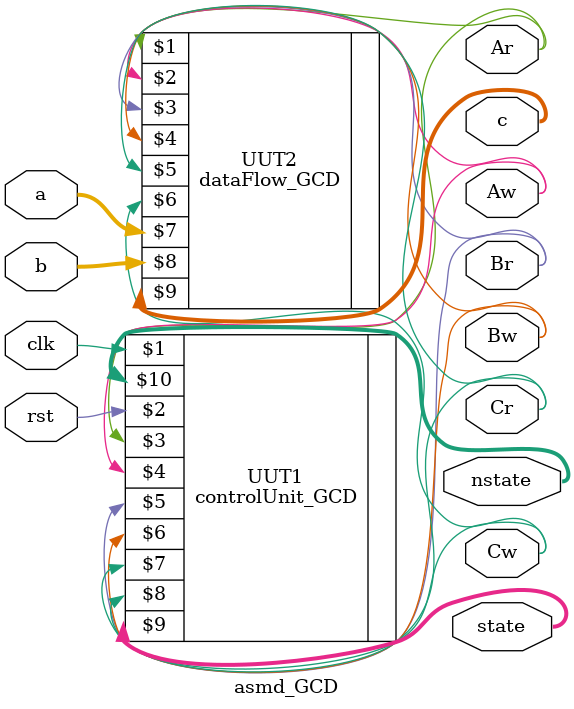
<source format=v>
`timescale 1ns / 1ps


module asmd_GCD(
    input clk, rst,
    input [15:0] a, b,
    output [15:0] c,
    output [1:0] state, nstate,
    output Ar, Aw, Br, Bw, Cr, Cw
    );
    
    controlUnit_GCD UUT1(clk, rst, Ar, Aw, Br, Bw, Cr, Cw, state, nstate);
    dataFlow_GCD UUT2(Ar, Aw, Br, Bw, Cr, Cw, a, b, c);
    
endmodule

</source>
